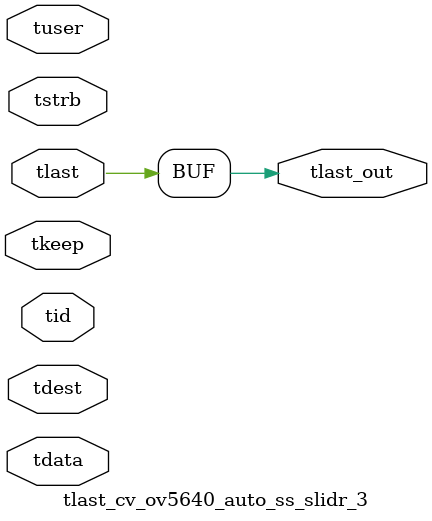
<source format=v>


`timescale 1ps/1ps

module tlast_cv_ov5640_auto_ss_slidr_3 #
(
parameter C_S_AXIS_TID_WIDTH   = 1,
parameter C_S_AXIS_TUSER_WIDTH = 0,
parameter C_S_AXIS_TDATA_WIDTH = 0,
parameter C_S_AXIS_TDEST_WIDTH = 0
)
(
input  [(C_S_AXIS_TID_WIDTH   == 0 ? 1 : C_S_AXIS_TID_WIDTH)-1:0       ] tid,
input  [(C_S_AXIS_TDATA_WIDTH == 0 ? 1 : C_S_AXIS_TDATA_WIDTH)-1:0     ] tdata,
input  [(C_S_AXIS_TUSER_WIDTH == 0 ? 1 : C_S_AXIS_TUSER_WIDTH)-1:0     ] tuser,
input  [(C_S_AXIS_TDEST_WIDTH == 0 ? 1 : C_S_AXIS_TDEST_WIDTH)-1:0     ] tdest,
input  [(C_S_AXIS_TDATA_WIDTH/8)-1:0 ] tkeep,
input  [(C_S_AXIS_TDATA_WIDTH/8)-1:0 ] tstrb,
input  [0:0]                                                             tlast,
output                                                                   tlast_out
);

assign tlast_out = {tlast};

endmodule


</source>
